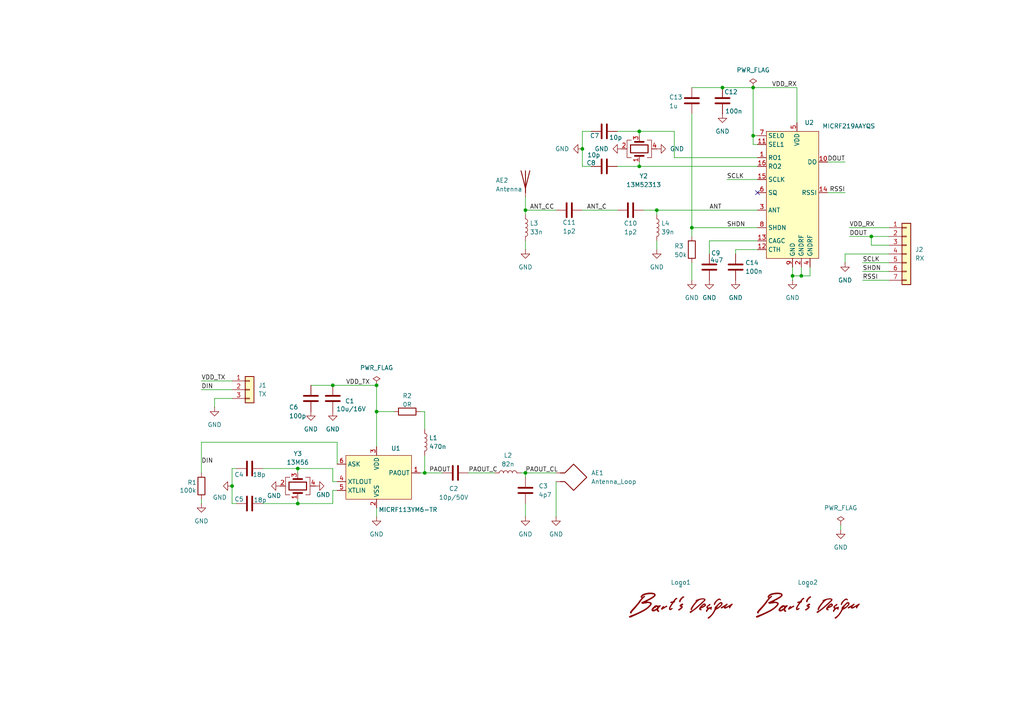
<source format=kicad_sch>
(kicad_sch (version 20231120) (generator "eeschema") (generator_version "8.0")
  (paper "A4")
  (lib_symbols
    (symbol "Connector_Generic:Conn_01x03" (pin_names (offset 1.016) hide)
      (property "Reference" "J" (at 0 5.08 0))
      (property "Value" "Conn_01x03" (at 0 -5.08 0))
      (symbol "Conn_01x03_1_1"
        (pin passive line (at -5.08 2.54 0) (length 3.81) (name "Pin_1") (number "1"))
        (pin passive line (at -5.08 0 0) (length 3.81) (name "Pin_2") (number "2"))
        (pin passive line (at -5.08 -2.54 0) (length 3.81) (name "Pin_3") (number "3"))
      )
    )
    (symbol "Connector_Generic:Conn_01x07" (pin_names (offset 1.016) hide)
      (property "Reference" "J" (at 0 10.16 0))
      (property "Value" "Conn_01x07" (at 0 -10.16 0))
      (symbol "Conn_01x07_1_1"
        (pin passive line (at -5.08 7.62 0) (length 3.81) (name "Pin_1") (number "1"))
        (pin passive line (at -5.08 5.08 0) (length 3.81) (name "Pin_2") (number "2"))
        (pin passive line (at -5.08 2.54 0) (length 3.81) (name "Pin_3") (number "3"))
        (pin passive line (at -5.08 0 0) (length 3.81) (name "Pin_4") (number "4"))
        (pin passive line (at -5.08 -2.54 0) (length 3.81) (name "Pin_5") (number "5"))
        (pin passive line (at -5.08 -5.08 0) (length 3.81) (name "Pin_6") (number "6"))
        (pin passive line (at -5.08 -7.62 0) (length 3.81) (name "Pin_7") (number "7"))
      )
    )
    (symbol "Device:Antenna" (pin_numbers hide) (pin_names (offset 1.016) hide)
      (property "Reference" "AE" (at -1.905 1.905 0))
      (property "Value" "Antenna" (at -1.905 0 0))
      (symbol "Antenna_1_1"
        (pin input line (at 0 -5.08 90) (length 2.54) (name "A") (number "1"))
      )
    )
    (symbol "Device:Antenna_Loop" (pin_numbers hide) (pin_names (offset 1.016) hide)
      (property "Reference" "AE" (at 1.27 6.35 0))
      (property "Value" "Antenna_Loop" (at 1.27 5.08 0))
      (symbol "Antenna_Loop_1_1"
        (pin input line (at 0 -5.08 90) (length 2.54) (name "~") (number "1"))
        (pin input line (at 2.54 -5.08 90) (length 2.54) (name "~") (number "2"))
      )
    )
    (symbol "Device:C" (pin_numbers hide) (pin_names (offset 0.254))
      (property "Reference" "C" (at 0.635 2.54 0))
      (property "Value" "C" (at 0.635 -2.54 0))
      (symbol "C_1_1"
        (pin passive line (at 0 3.81 270) (length 2.794) (name "~") (number "1"))
        (pin passive line (at 0 -3.81 90) (length 2.794) (name "~") (number "2"))
      )
    )
    (symbol "Device:Crystal_GND24" (pin_names (offset 1.016) hide)
      (property "Reference" "Y" (at 3.175 5.08 0))
      (property "Value" "Crystal_GND24" (at 3.175 3.175 0))
      (symbol "Crystal_GND24_1_1"
        (pin passive line (at -3.81 0 0) (length 1.27) (name "1") (number "1"))
        (pin passive line (at 0 5.08 270) (length 1.27) (name "2") (number "2"))
        (pin passive line (at 3.81 0 180) (length 1.27) (name "3") (number "3"))
        (pin passive line (at 0 -5.08 90) (length 1.27) (name "4") (number "4"))
      )
    )
    (symbol "Device:L" (pin_numbers hide) (pin_names (offset 1.016) hide)
      (property "Reference" "L" (at -1.27 0 90))
      (property "Value" "L" (at 1.905 0 90))
      (symbol "L_1_1"
        (pin passive line (at 0 3.81 270) (length 1.27) (name "1") (number "1"))
        (pin passive line (at 0 -3.81 90) (length 1.27) (name "2") (number "2"))
      )
    )
    (symbol "Device:R" (pin_numbers hide) (pin_names (offset 0))
      (property "Reference" "R" (at 2.032 0 90))
      (property "Value" "R" (at 0 0 90))
      (symbol "R_1_1"
        (pin passive line (at 0 3.81 270) (length 1.27) (name "~") (number "1"))
        (pin passive line (at 0 -3.81 90) (length 1.27) (name "~") (number "2"))
      )
    )
    (symbol "power:GND" (power) (pin_numbers hide) (pin_names (offset 0) hide)
      (property "Value" "GND" (at 0 -3.81 0))
      (symbol "GND_1_1"
        (pin power_in line (at 0 0 270) (length 0) (name "~") (number "1"))
      )
    )
    (symbol "power:PWR_FLAG" (power) (pin_numbers hide) (pin_names (offset 0) hide)
      (property "Value" "PWR_FLAG" (at 0 3.81 0))
      (symbol "PWR_FLAG_0_0"
        (pin power_out line (at 0 0 90) (length 0) (name "~") (number "1"))
      )
    )
    (symbol "radio433Lib:Barts_Design"
      (property "Reference" "Logo" (at 0 0 0))
    )
    (symbol "radio433Lib:MICRF113YM6-TR"
      (property "Reference" "U" (at 0 4.064 0))
      (property "Value" "MICRF113YM6-TR" (at -6.858 1.778 0))
      (symbol "MICRF113YM6-TR_1_1"
        (pin output line (at 17.78 -5.08 180) (length 2.54) (name "PAOUT") (number "1"))
        (pin power_in line (at 5.08 -15.24 90) (length 2.54) (name "VSS") (number "2"))
        (pin power_in line (at 5.08 2.54 270) (length 2.54) (name "VDD") (number "3"))
        (pin passive line (at -6.35 -7.62 0) (length 2.54) (name "XTLOUT") (number "4"))
        (pin passive line (at -6.35 -10.16 0) (length 2.54) (name "XTLIN") (number "5"))
        (pin input line (at -6.35 -2.54 0) (length 2.54) (name "ASK") (number "6"))
      )
    )
    (symbol "radio433Lib:MICRF219AAYQS"
      (property "Reference" "U" (at 0 0 0))
      (property "Value" "MICRF219AAYQS" (at -2.54 2.032 0))
      (symbol "MICRF219AAYQS_1_1"
        (pin passive line (at -3.81 -7.62 0) (length 2.54) (name "RO1") (number "1"))
        (pin output line (at 16.51 -8.89 180) (length 2.54) (name "DO") (number "10"))
        (pin input line (at -3.81 -3.81 0) (length 2.54) (name "SEL1") (number "11"))
        (pin passive line (at -3.81 -34.29 0) (length 2.54) (name "CTH") (number "12"))
        (pin passive line (at -3.81 -31.75 0) (length 2.54) (name "CAGC") (number "13"))
        (pin output line (at 16.51 -17.78 180) (length 2.54) (name "RSSI") (number "14"))
        (pin input line (at -3.81 -13.97 0) (length 2.54) (name "SCLK") (number "15"))
        (pin passive line (at -3.81 -10.16 0) (length 2.54) (name "RO2") (number "16"))
        (pin power_in line (at 8.89 -39.37 90) (length 2.54) (name "GNDRF") (number "2"))
        (pin input line (at -3.81 -22.86 0) (length 2.54) (name "ANT") (number "3"))
        (pin power_in line (at 11.43 -39.37 90) (length 2.54) (name "GNDRF") (number "4"))
        (pin power_in line (at 7.62 2.54 270) (length 2.54) (name "VDD") (number "5"))
        (pin input line (at -3.81 -17.78 0) (length 2.54) (name "SQ") (number "6"))
        (pin input line (at -3.81 -1.27 0) (length 2.54) (name "SEL0") (number "7"))
        (pin input line (at -3.81 -27.94 0) (length 2.54) (name "SHDN") (number "8"))
        (pin power_in line (at 6.35 -39.37 90) (length 2.54) (name "GND") (number "9"))
      )
    )
  )
  (junction (at 109.22 111.76))
  (junction (at 86.36 146.05))
  (junction (at 185.42 38.1))
  (junction (at 67.31 140.97))
  (junction (at 168.91 43.18))
  (junction (at 229.87 80.01))
  (junction (at 218.44 39.37))
  (junction (at 86.36 135.89))
  (junction (at 152.4 137.16))
  (junction (at 109.22 119.38))
  (junction (at 123.19 137.16))
  (junction (at 185.42 48.26))
  (junction (at 232.41 80.01))
  (junction (at 252.73 68.58))
  (junction (at 152.4 60.96))
  (junction (at 96.52 111.76))
  (junction (at 218.44 25.4))
  (junction (at 200.66 66.04))
  (junction (at 190.5 60.96))
  (junction (at 209.55 25.4))
  (no_connect (at 219.71 55.88))
  (wire (pts (xy 58.42 128.27) (xy 58.42 137.16)))
  (wire (pts (xy 200.66 68.58) (xy 200.66 66.04)))
  (wire (pts (xy 58.42 144.78) (xy 58.42 146.05)))
  (wire (pts (xy 213.36 72.39) (xy 219.71 72.39)))
  (wire (pts (xy 96.52 146.05) (xy 96.52 142.24)))
  (wire (pts (xy 168.91 60.96) (xy 179.07 60.96)))
  (wire (pts (xy 179.07 38.1) (xy 185.42 38.1)))
  (wire (pts (xy 96.52 111.76) (xy 109.22 111.76)))
  (wire (pts (xy 109.22 147.32) (xy 109.22 149.86)))
  (wire (pts (xy 245.11 76.2) (xy 245.11 73.66)))
  (wire (pts (xy 200.66 25.4) (xy 209.55 25.4)))
  (wire (pts (xy 152.4 60.96) (xy 152.4 62.23)))
  (wire (pts (xy 245.11 73.66) (xy 257.81 73.66)))
  (wire (pts (xy 97.79 128.27) (xy 97.79 134.62)))
  (wire (pts (xy 151.13 137.16) (xy 152.4 137.16)))
  (wire (pts (xy 185.42 48.26) (xy 219.71 48.26)))
  (wire (pts (xy 67.31 140.97) (xy 67.31 146.05)))
  (wire (pts (xy 232.41 80.01) (xy 234.95 80.01)))
  (wire (pts (xy 218.44 39.37) (xy 218.44 41.91)))
  (wire (pts (xy 229.87 80.01) (xy 232.41 80.01)))
  (wire (pts (xy 168.91 38.1) (xy 168.91 43.18)))
  (wire (pts (xy 250.19 81.28) (xy 257.81 81.28)))
  (wire (pts (xy 252.73 68.58) (xy 252.73 71.12)))
  (wire (pts (xy 152.4 57.15) (xy 152.4 60.96)))
  (wire (pts (xy 190.5 60.96) (xy 219.71 60.96)))
  (wire (pts (xy 186.69 60.96) (xy 190.5 60.96)))
  (wire (pts (xy 232.41 80.01) (xy 232.41 77.47)))
  (wire (pts (xy 168.91 38.1) (xy 171.45 38.1)))
  (wire (pts (xy 185.42 46.99) (xy 185.42 48.26)))
  (wire (pts (xy 252.73 68.58) (xy 257.81 68.58)))
  (wire (pts (xy 168.91 43.18) (xy 168.91 48.26)))
  (wire (pts (xy 86.36 146.05) (xy 86.36 144.78)))
  (wire (pts (xy 58.42 128.27) (xy 97.79 128.27)))
  (wire (pts (xy 195.58 45.72) (xy 219.71 45.72)))
  (wire (pts (xy 152.4 137.16) (xy 152.4 138.43)))
  (wire (pts (xy 252.73 71.12) (xy 257.81 71.12)))
  (wire (pts (xy 86.36 146.05) (xy 96.52 146.05)))
  (wire (pts (xy 96.52 142.24) (xy 97.79 142.24)))
  (wire (pts (xy 67.31 146.05) (xy 68.58 146.05)))
  (wire (pts (xy 190.5 62.23) (xy 190.5 60.96)))
  (wire (pts (xy 67.31 140.97) (xy 67.31 135.89)))
  (wire (pts (xy 123.19 119.38) (xy 123.19 124.46)))
  (wire (pts (xy 86.36 135.89) (xy 86.36 137.16)))
  (wire (pts (xy 250.19 76.2) (xy 257.81 76.2)))
  (wire (pts (xy 58.42 110.49) (xy 67.31 110.49)))
  (wire (pts (xy 246.38 68.58) (xy 252.73 68.58)))
  (wire (pts (xy 250.19 78.74) (xy 257.81 78.74)))
  (wire (pts (xy 123.19 137.16) (xy 121.92 137.16)))
  (wire (pts (xy 209.55 25.4) (xy 218.44 25.4)))
  (wire (pts (xy 229.87 80.01) (xy 229.87 81.28)))
  (wire (pts (xy 96.52 135.89) (xy 96.52 139.7)))
  (wire (pts (xy 200.66 76.2) (xy 200.66 81.28)))
  (wire (pts (xy 190.5 69.85) (xy 190.5 72.39)))
  (wire (pts (xy 67.31 135.89) (xy 68.58 135.89)))
  (wire (pts (xy 243.84 152.4) (xy 243.84 153.67)))
  (wire (pts (xy 218.44 39.37) (xy 219.71 39.37)))
  (wire (pts (xy 240.03 55.88) (xy 245.11 55.88)))
  (wire (pts (xy 152.4 137.16) (xy 161.29 137.16)))
  (wire (pts (xy 218.44 41.91) (xy 219.71 41.91)))
  (wire (pts (xy 76.2 135.89) (xy 86.36 135.89)))
  (wire (pts (xy 152.4 69.85) (xy 152.4 72.39)))
  (wire (pts (xy 62.23 115.57) (xy 67.31 115.57)))
  (wire (pts (xy 76.2 146.05) (xy 86.36 146.05)))
  (wire (pts (xy 86.36 135.89) (xy 96.52 135.89)))
  (wire (pts (xy 161.29 139.7) (xy 161.29 149.86)))
  (wire (pts (xy 205.74 69.85) (xy 219.71 69.85)))
  (wire (pts (xy 200.66 66.04) (xy 219.71 66.04)))
  (wire (pts (xy 210.82 52.07) (xy 219.71 52.07)))
  (wire (pts (xy 185.42 38.1) (xy 185.42 39.37)))
  (wire (pts (xy 58.42 113.03) (xy 67.31 113.03)))
  (wire (pts (xy 143.51 137.16) (xy 135.89 137.16)))
  (wire (pts (xy 123.19 137.16) (xy 123.19 132.08)))
  (wire (pts (xy 109.22 111.76) (xy 109.22 119.38)))
  (wire (pts (xy 205.74 73.66) (xy 205.74 69.85)))
  (wire (pts (xy 109.22 119.38) (xy 114.3 119.38)))
  (wire (pts (xy 229.87 77.47) (xy 229.87 80.01)))
  (wire (pts (xy 152.4 146.05) (xy 152.4 149.86)))
  (wire (pts (xy 234.95 80.01) (xy 234.95 77.47)))
  (wire (pts (xy 96.52 139.7) (xy 97.79 139.7)))
  (wire (pts (xy 123.19 137.16) (xy 128.27 137.16)))
  (wire (pts (xy 62.23 118.11) (xy 62.23 115.57)))
  (wire (pts (xy 200.66 33.02) (xy 200.66 66.04)))
  (wire (pts (xy 231.14 25.4) (xy 231.14 35.56)))
  (wire (pts (xy 109.22 119.38) (xy 109.22 129.54)))
  (wire (pts (xy 213.36 73.66) (xy 213.36 72.39)))
  (wire (pts (xy 152.4 60.96) (xy 161.29 60.96)))
  (wire (pts (xy 218.44 25.4) (xy 231.14 25.4)))
  (wire (pts (xy 168.91 48.26) (xy 171.45 48.26)))
  (wire (pts (xy 179.07 48.26) (xy 185.42 48.26)))
  (wire (pts (xy 240.03 46.99) (xy 245.11 46.99)))
  (wire (pts (xy 195.58 38.1) (xy 195.58 45.72)))
  (wire (pts (xy 218.44 25.4) (xy 218.44 39.37)))
  (wire (pts (xy 246.38 66.04) (xy 257.81 66.04)))
  (wire (pts (xy 90.17 111.76) (xy 96.52 111.76)))
  (wire (pts (xy 185.42 38.1) (xy 195.58 38.1)))
  (wire (pts (xy 121.92 119.38) (xy 123.19 119.38)))
  (label "ANT" (at 205.74 60.96 0))
  (label "DIN" (at 58.42 113.03 0))
  (label "DOUT" (at 246.38 68.58 0))
  (label "VDD_TX" (at 100.33 111.76 0))
  (label "RSSI" (at 245.11 55.88 180))
  (label "VDD_RX" (at 246.38 66.04 0))
  (label "PAOUT_C" (at 135.89 137.16 0))
  (label "DOUT" (at 245.11 46.99 180))
  (label "SCLK" (at 210.82 52.07 0))
  (label "PAOUT_CL" (at 152.4 137.16 0))
  (label "VDD_RX" (at 231.14 25.4 180))
  (label "VDD_TX" (at 58.42 110.49 0))
  (label "DIN" (at 58.42 134.62 0))
  (label "SHDN" (at 250.19 78.74 0))
  (label "SHDN" (at 210.82 66.04 0))
  (label "ANT_C" (at 170.18 60.96 0))
  (label "RSSI" (at 250.19 81.28 0))
  (label "SCLK" (at 250.19 76.2 0))
  (label "PAOUT" (at 124.46 137.16 0))
  (label "ANT_CC" (at 153.67 60.96 0))
  (symbol (lib_id "Device:Crystal_GND24") (at 86.36 140.97 90) (unit 1)
    (property "Reference" "Y3" (at 86.36 131.572 90))
    (property "Value" "13M56" (at 86.36 134.112 90))
    (property "Footprint" "Crystal:Crystal_SMD_3225-4Pin_3.2x2.5mm" (effects (hide yes)))
    (property "Description" "Four pin crystal, GND on pins 2 and 4" (effects (hide yes)))
  )
  (symbol (lib_id "Device:R") (at 118.11 119.38 90) (unit 1)
    (property "Reference" "R2" (at 118.11 114.808 90))
    (property "Value" "0R" (at 118.11 117.348 90))
    (property "Footprint" "Inductor_SMD:L_0603_1608Metric" (effects (hide yes)))
    (property "Description" "Resistor" (effects (hide yes)))
  )
  (symbol (lib_id "Device:L") (at 123.19 128.27 0) (unit 1)
    (property "Reference" "L1" (at 124.46 126.9999 0) (effects (justify left)))
    (property "Value" "470n" (at 124.46 129.5399 0) (effects (justify left)))
    (property "Footprint" "Inductor_SMD:L_0603_1608Metric" (effects (hide yes)))
    (property "Description" "Inductor" (effects (hide yes)))
  )
  (symbol (lib_id "power:GND") (at 209.55 33.02 0) (unit 1)
    (property "Reference" "#PWR019" (effects (hide yes)))
    (property "Value" "GND" (at 209.55 38.1 0))
    (property "Description" "Power symbol creates a global label with name \"GND\" , ground" (effects (hide yes)))
  )
  (symbol (lib_id "radio433Lib:Barts_Design") (at 233.68 171.45 0) (unit 1)
    (property "Reference" "Logo2" (at 234.2952 168.91 0))
    (property "Value" "~" (at 234.2952 170.18 0))
    (property "Footprint" "radio433Lib:Barts Design" (effects (hide yes)))
  )
  (symbol (lib_id "power:GND") (at 180.34 43.18 270) (unit 1)
    (property "Reference" "#PWR012" (effects (hide yes)))
    (property "Value" "GND" (at 176.53 43.1799 90) (effects (justify right)))
    (property "Description" "Power symbol creates a global label with name \"GND\" , ground" (effects (hide yes)))
  )
  (symbol (lib_id "Device:C") (at 200.66 29.21 0) (unit 1)
    (property "Reference" "C13" (at 194.056 28.194 0) (effects (justify left)))
    (property "Value" "1u" (at 194.056 30.734 0) (effects (justify left)))
    (property "Footprint" "Capacitor_SMD:C_0603_1608Metric" (effects (hide yes)))
    (property "Description" "Unpolarized capacitor" (effects (hide yes)))
  )
  (symbol (lib_id "Connector_Generic:Conn_01x07") (at 262.89 73.66 0) (unit 1)
    (property "Reference" "J2" (at 265.43 72.3899 0) (effects (justify left)))
    (property "Value" "RX" (at 265.43 74.9299 0) (effects (justify left)))
    (property "Footprint" "Connector_PinHeader_2.54mm:PinHeader_1x07_P2.54mm_Vertical" (effects (hide yes)))
    (property "Description" "Generic connector, single row, 01x07, script generated (kicad-library-utils/schlib/autogen/connector/)" (effects (hide yes)))
  )
  (symbol (lib_id "power:GND") (at 58.42 146.05 0) (unit 1)
    (property "Reference" "#PWR07" (effects (hide yes)))
    (property "Value" "GND" (at 58.42 151.13 0))
    (property "Description" "Power symbol creates a global label with name \"GND\" , ground" (effects (hide yes)))
  )
  (symbol (lib_id "power:GND") (at 229.87 81.28 0) (unit 1)
    (property "Reference" "#PWR018" (effects (hide yes)))
    (property "Value" "GND" (at 229.87 86.36 0))
    (property "Description" "Power symbol creates a global label with name \"GND\" , ground" (effects (hide yes)))
  )
  (symbol (lib_id "power:GND") (at 62.23 118.11 0) (unit 1)
    (property "Reference" "#PWR021" (effects (hide yes)))
    (property "Value" "GND" (at 62.23 123.19 0))
    (property "Description" "Power symbol creates a global label with name \"GND\" , ground" (effects (hide yes)))
  )
  (symbol (lib_id "Device:C") (at 132.08 137.16 90) (unit 1)
    (property "Reference" "C2" (at 131.572 141.732 90))
    (property "Value" "10p/50V" (at 131.572 144.272 90))
    (property "Footprint" "Capacitor_SMD:C_0603_1608Metric" (effects (hide yes)))
    (property "Description" "Unpolarized capacitor" (effects (hide yes)))
  )
  (symbol (lib_id "power:GND") (at 152.4 72.39 0) (unit 1)
    (property "Reference" "#PWR02" (effects (hide yes)))
    (property "Value" "GND" (at 152.4 77.47 0))
    (property "Description" "Power symbol creates a global label with name \"GND\" , ground" (effects (hide yes)))
  )
  (symbol (lib_id "Device:Antenna") (at 152.4 52.07 0) (unit 1)
    (property "Reference" "AE2" (at 143.764 52.324 0) (effects (justify left)))
    (property "Value" "Antenna" (at 143.764 54.864 0) (effects (justify left)))
    (property "Footprint" "radio433Lib:antenna_433_50R_helical" (effects (hide yes)))
    (property "Description" "Antenna" (effects (hide yes)))
  )
  (symbol (lib_id "Device:C") (at 175.26 38.1 90) (unit 1)
    (property "Reference" "C7" (at 172.466 39.37 90))
    (property "Value" "10p" (at 178.562 39.878 90))
    (property "Footprint" "Capacitor_SMD:C_0603_1608Metric" (effects (hide yes)))
    (property "Description" "Unpolarized capacitor" (effects (hide yes)))
  )
  (symbol (lib_id "Device:L") (at 190.5 66.04 0) (unit 1)
    (property "Reference" "L4" (at 191.77 64.7699 0) (effects (justify left)))
    (property "Value" "39n" (at 191.77 67.3099 0) (effects (justify left)))
    (property "Footprint" "Inductor_SMD:L_0603_1608Metric" (effects (hide yes)))
    (property "Description" "Inductor" (effects (hide yes)))
  )
  (symbol (lib_id "power:GND") (at 243.84 153.67 0) (unit 1)
    (property "Reference" "#PWR023" (effects (hide yes)))
    (property "Value" "GND" (at 243.84 158.75 0))
    (property "Description" "Power symbol creates a global label with name \"GND\" , ground" (effects (hide yes)))
  )
  (symbol (lib_id "Connector_Generic:Conn_01x03") (at 72.39 113.03 0) (unit 1)
    (property "Reference" "J1" (at 74.93 111.7599 0) (effects (justify left)))
    (property "Value" "TX" (at 74.93 114.2999 0) (effects (justify left)))
    (property "Footprint" "Connector_PinHeader_2.54mm:PinHeader_1x03_P2.54mm_Vertical" (effects (hide yes)))
    (property "Description" "Generic connector, single row, 01x03, script generated (kicad-library-utils/schlib/autogen/connector/)" (effects (hide yes)))
  )
  (symbol (lib_id "Device:C") (at 152.4 142.24 0) (unit 1)
    (property "Reference" "C3" (at 156.21 140.9699 0) (effects (justify left)))
    (property "Value" "4p7" (at 156.21 143.5099 0) (effects (justify left)))
    (property "Footprint" "Capacitor_SMD:C_0603_1608Metric" (effects (hide yes)))
    (property "Description" "Unpolarized capacitor" (effects (hide yes)))
  )
  (symbol (lib_id "Device:Antenna_Loop") (at 166.37 137.16 270) (unit 1)
    (property "Reference" "AE1" (at 171.45 137.1599 90) (effects (justify left)))
    (property "Value" "Antenna_Loop" (at 171.45 139.6999 90) (effects (justify left)))
    (property "Footprint" "radio433Lib:antenna_433_50R_loop" (effects (hide yes)))
    (property "Description" "Loop antenna" (effects (hide yes)))
  )
  (symbol (lib_id "radio433Lib:Barts_Design") (at 196.85 171.45 0) (unit 1)
    (property "Reference" "Logo1" (at 197.4652 168.91 0))
    (property "Value" "~" (at 197.4652 170.18 0))
    (property "Footprint" "radio433Lib:Barts Design" (effects (hide yes)))
  )
  (symbol (lib_id "power:GND") (at 190.5 72.39 0) (unit 1)
    (property "Reference" "#PWR014" (effects (hide yes)))
    (property "Value" "GND" (at 190.5 77.47 0))
    (property "Description" "Power symbol creates a global label with name \"GND\" , ground" (effects (hide yes)))
  )
  (symbol (lib_id "power:GND") (at 152.4 149.86 0) (unit 1)
    (property "Reference" "#PWR04" (effects (hide yes)))
    (property "Value" "GND" (at 152.4 154.94 0))
    (property "Description" "Power symbol creates a global label with name \"GND\" , ground" (effects (hide yes)))
  )
  (symbol (lib_id "Device:C") (at 205.74 77.47 0) (unit 1)
    (property "Reference" "C9" (at 206.248 73.406 0) (effects (justify left)))
    (property "Value" "4u7" (at 205.994 75.438 0) (effects (justify left)))
    (property "Footprint" "Capacitor_SMD:C_0805_2012Metric" (effects (hide yes)))
    (property "Description" "Unpolarized capacitor" (effects (hide yes)))
  )
  (symbol (lib_id "Device:C") (at 96.52 115.57 180) (unit 1)
    (property "Reference" "C1" (at 100.076 116.332 0) (effects (justify right)))
    (property "Value" "10u/16V" (at 97.536 118.618 0) (effects (justify right)))
    (property "Footprint" "Capacitor_SMD:C_0805_2012Metric" (effects (hide yes)))
    (property "Description" "Unpolarized capacitor" (effects (hide yes)))
  )
  (symbol (lib_id "radio433Lib:MICRF113YM6-TR") (at 104.14 132.08 0) (unit 1)
    (property "Reference" "U1" (at 114.808 130.048 0))
    (property "Value" "MICRF113YM6-TR" (at 118.364 147.828 0))
    (property "Footprint" "Package_TO_SOT_SMD:SOT-23-6" (effects (hide yes)))
  )
  (symbol (lib_id "power:GND") (at 81.28 140.97 270) (unit 1)
    (property "Reference" "#PWR09" (effects (hide yes)))
    (property "Value" "GND" (at 81.534 143.764 90) (effects (justify right)))
    (property "Description" "Power symbol creates a global label with name \"GND\" , ground" (effects (hide yes)))
  )
  (symbol (lib_id "power:GND") (at 190.5 43.18 90) (unit 1)
    (property "Reference" "#PWR013" (effects (hide yes)))
    (property "Value" "GND" (at 194.31 43.1799 90) (effects (justify right)))
    (property "Description" "Power symbol creates a global label with name \"GND\" , ground" (effects (hide yes)))
  )
  (symbol (lib_id "Device:C") (at 72.39 135.89 90) (unit 1)
    (property "Reference" "C4" (at 69.342 137.668 90))
    (property "Value" "18p" (at 75.184 137.668 90))
    (property "Footprint" "Capacitor_SMD:C_0603_1608Metric" (effects (hide yes)))
    (property "Description" "Unpolarized capacitor" (effects (hide yes)))
  )
  (symbol (lib_id "Device:C") (at 209.55 29.21 0) (unit 1)
    (property "Reference" "C12" (at 210.058 26.67 0) (effects (justify left)))
    (property "Value" "100n" (at 210.312 32.258 0) (effects (justify left)))
    (property "Footprint" "Capacitor_SMD:C_0603_1608Metric" (effects (hide yes)))
    (property "Description" "Unpolarized capacitor" (effects (hide yes)))
  )
  (symbol (lib_id "Device:Crystal_GND24") (at 185.42 43.18 90) (unit 1)
    (property "Reference" "Y2" (at 186.69 51.054 90))
    (property "Value" "13M52313" (at 186.69 53.594 90))
    (property "Footprint" "Crystal:Crystal_SMD_3225-4Pin_3.2x2.5mm" (effects (hide yes)))
    (property "Description" "Four pin crystal, GND on pins 2 and 4" (effects (hide yes)))
  )
  (symbol (lib_id "Device:R") (at 200.66 72.39 0) (unit 1)
    (property "Reference" "R3" (at 195.58 71.374 0) (effects (justify left)))
    (property "Value" "50k" (at 195.58 73.914 0) (effects (justify left)))
    (property "Footprint" "Inductor_SMD:L_0603_1608Metric" (effects (hide yes)))
    (property "Description" "Resistor" (effects (hide yes)))
  )
  (symbol (lib_id "Device:C") (at 213.36 77.47 0) (unit 1)
    (property "Reference" "C14" (at 216.154 76.2 0) (effects (justify left)))
    (property "Value" "100n" (at 216.154 78.74 0) (effects (justify left)))
    (property "Footprint" "Capacitor_SMD:C_0603_1608Metric" (effects (hide yes)))
    (property "Description" "Unpolarized capacitor" (effects (hide yes)))
  )
  (symbol (lib_id "Device:C") (at 165.1 60.96 90) (unit 1)
    (property "Reference" "C11" (at 165.1 64.516 90))
    (property "Value" "1p2" (at 165.1 67.056 90))
    (property "Footprint" "Capacitor_SMD:C_0603_1608Metric" (effects (hide yes)))
    (property "Description" "Unpolarized capacitor" (effects (hide yes)))
  )
  (symbol (lib_id "Device:C") (at 182.88 60.96 90) (unit 1)
    (property "Reference" "C10" (at 182.88 64.77 90))
    (property "Value" "1p2" (at 182.88 67.31 90))
    (property "Footprint" "Capacitor_SMD:C_0603_1608Metric" (effects (hide yes)))
    (property "Description" "Unpolarized capacitor" (effects (hide yes)))
  )
  (symbol (lib_id "power:PWR_FLAG") (at 243.84 152.4 0) (unit 1)
    (property "Reference" "#FLG04" (effects (hide yes)))
    (property "Value" "PWR_FLAG" (at 243.84 147.32 0))
    (property "Description" "Special symbol for telling ERC where power comes from" (effects (hide yes)))
  )
  (symbol (lib_id "power:GND") (at 90.17 119.38 0) (unit 1)
    (property "Reference" "#PWR08" (effects (hide yes)))
    (property "Value" "GND" (at 90.17 124.46 0))
    (property "Description" "Power symbol creates a global label with name \"GND\" , ground" (effects (hide yes)))
  )
  (symbol (lib_id "power:GND") (at 245.11 76.2 0) (unit 1)
    (property "Reference" "#PWR020" (effects (hide yes)))
    (property "Value" "GND" (at 245.11 81.28 0))
    (property "Description" "Power symbol creates a global label with name \"GND\" , ground" (effects (hide yes)))
  )
  (symbol (lib_id "power:GND") (at 96.52 119.38 0) (unit 1)
    (property "Reference" "#PWR03" (effects (hide yes)))
    (property "Value" "GND" (at 96.52 124.46 0))
    (property "Description" "Power symbol creates a global label with name \"GND\" , ground" (effects (hide yes)))
  )
  (symbol (lib_id "Device:C") (at 175.26 48.26 90) (unit 1)
    (property "Reference" "C8" (at 171.45 47.244 90))
    (property "Value" "10p" (at 172.212 44.958 90))
    (property "Footprint" "Capacitor_SMD:C_0603_1608Metric" (effects (hide yes)))
    (property "Description" "Unpolarized capacitor" (effects (hide yes)))
  )
  (symbol (lib_id "Device:L") (at 152.4 66.04 0) (unit 1)
    (property "Reference" "L3" (at 153.67 64.7699 0) (effects (justify left)))
    (property "Value" "33n" (at 153.67 67.3099 0) (effects (justify left)))
    (property "Footprint" "Inductor_SMD:L_0603_1608Metric" (effects (hide yes)))
    (property "Description" "Inductor" (effects (hide yes)))
  )
  (symbol (lib_id "radio433Lib:MICRF219AAYQS") (at 223.52 38.1 0) (unit 1)
    (property "Reference" "U2" (at 233.3341 35.56 0) (effects (justify left)))
    (property "Value" "MICRF219AAYQS" (at 238.506 36.576 0) (effects (justify left)))
    (property "Footprint" "Package_SO:QSOP-16_3.9x4.9mm_P0.635mm" (effects (hide yes)))
  )
  (symbol (lib_id "Device:C") (at 72.39 146.05 90) (unit 1)
    (property "Reference" "C5" (at 69.342 144.78 90))
    (property "Value" "18p" (at 75.438 145.034 90))
    (property "Footprint" "Capacitor_SMD:C_0603_1608Metric" (effects (hide yes)))
    (property "Description" "Unpolarized capacitor" (effects (hide yes)))
  )
  (symbol (lib_id "power:PWR_FLAG") (at 218.44 25.4 0) (unit 1)
    (property "Reference" "#FLG02" (effects (hide yes)))
    (property "Value" "PWR_FLAG" (at 218.44 20.32 0))
    (property "Description" "Special symbol for telling ERC where power comes from" (effects (hide yes)))
  )
  (symbol (lib_id "power:GND") (at 91.44 140.97 90) (unit 1)
    (property "Reference" "#PWR010" (effects (hide yes)))
    (property "Value" "GND" (at 91.694 143.51 90) (effects (justify right)))
    (property "Description" "Power symbol creates a global label with name \"GND\" , ground" (effects (hide yes)))
  )
  (symbol (lib_id "Device:C") (at 90.17 115.57 0) (unit 1)
    (property "Reference" "C6" (at 83.82 118.11 0) (effects (justify left)))
    (property "Value" "100p" (at 83.82 120.65 0) (effects (justify left)))
    (property "Footprint" "Capacitor_SMD:C_0603_1608Metric" (effects (hide yes)))
    (property "Description" "Unpolarized capacitor" (effects (hide yes)))
  )
  (symbol (lib_id "power:GND") (at 161.29 149.86 0) (unit 1)
    (property "Reference" "#PWR05" (effects (hide yes)))
    (property "Value" "GND" (at 161.29 154.94 0))
    (property "Description" "Power symbol creates a global label with name \"GND\" , ground" (effects (hide yes)))
  )
  (symbol (lib_id "Device:L") (at 147.32 137.16 90) (unit 1)
    (property "Reference" "L2" (at 147.32 132.08 90))
    (property "Value" "82n" (at 147.32 134.62 90))
    (property "Footprint" "Inductor_SMD:L_0603_1608Metric" (effects (hide yes)))
    (property "Description" "Inductor" (effects (hide yes)))
  )
  (symbol (lib_id "power:GND") (at 205.74 81.28 0) (unit 1)
    (property "Reference" "#PWR016" (effects (hide yes)))
    (property "Value" "GND" (at 205.74 86.36 0))
    (property "Description" "Power symbol creates a global label with name \"GND\" , ground" (effects (hide yes)))
  )
  (symbol (lib_id "power:GND") (at 213.36 81.28 0) (unit 1)
    (property "Reference" "#PWR017" (effects (hide yes)))
    (property "Value" "GND" (at 213.36 86.36 0))
    (property "Description" "Power symbol creates a global label with name \"GND\" , ground" (effects (hide yes)))
  )
  (symbol (lib_id "power:GND") (at 200.66 81.28 0) (unit 1)
    (property "Reference" "#PWR015" (effects (hide yes)))
    (property "Value" "GND" (at 200.66 86.36 0))
    (property "Description" "Power symbol creates a global label with name \"GND\" , ground" (effects (hide yes)))
  )
  (symbol (lib_id "Device:R") (at 58.42 140.97 180) (unit 1)
    (property "Reference" "R1" (at 54.356 139.954 0) (effects (justify right)))
    (property "Value" "100k" (at 52.07 142.24 0) (effects (justify right)))
    (property "Footprint" "Inductor_SMD:L_0603_1608Metric" (effects (hide yes)))
    (property "Description" "Resistor" (effects (hide yes)))
  )
  (symbol (lib_id "power:PWR_FLAG") (at 109.22 111.76 0) (unit 1)
    (property "Reference" "#FLG01" (effects (hide yes)))
    (property "Value" "PWR_FLAG" (at 109.22 106.68 0))
    (property "Description" "Special symbol for telling ERC where power comes from" (effects (hide yes)))
  )
  (symbol (lib_id "power:GND") (at 67.31 140.97 270) (unit 1)
    (property "Reference" "#PWR06" (effects (hide yes)))
    (property "Value" "GND" (at 65.786 144.272 90) (effects (justify right)))
    (property "Description" "Power symbol creates a global label with name \"GND\" , ground" (effects (hide yes)))
  )
  (symbol (lib_id "power:GND") (at 168.91 43.18 270) (unit 1)
    (property "Reference" "#PWR011" (effects (hide yes)))
    (property "Value" "GND" (at 165.1 43.1799 90) (effects (justify right)))
    (property "Description" "Power symbol creates a global label with name \"GND\" , ground" (effects (hide yes)))
  )
  (symbol (lib_id "power:GND") (at 109.22 149.86 0) (unit 1)
    (property "Reference" "#PWR01" (effects (hide yes)))
    (property "Value" "GND" (at 109.22 154.94 0))
    (property "Description" "Power symbol creates a global label with name \"GND\" , ground" (effects (hide yes)))
  )
)
</source>
